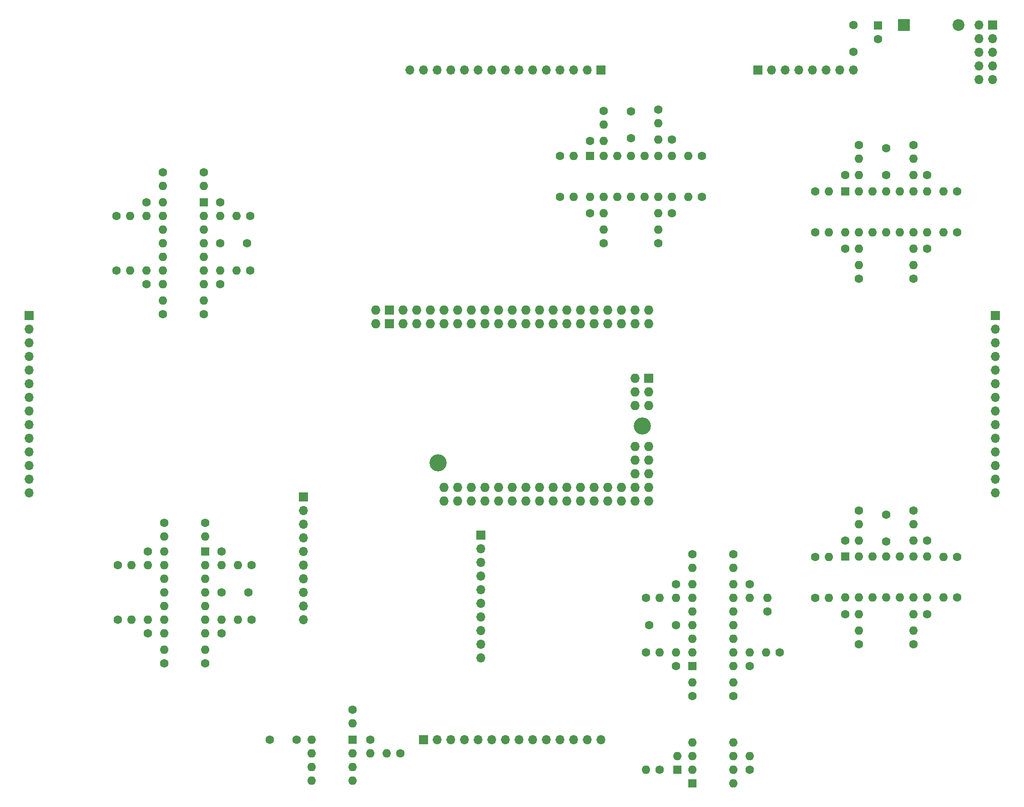
<source format=gbr>
%TF.GenerationSoftware,KiCad,Pcbnew,7.0.7*%
%TF.CreationDate,2024-07-17T17:06:10+10:00*%
%TF.ProjectId,MIDIAutomationSequencerPROC,4d494449-4175-4746-9f6d-6174696f6e53,rev?*%
%TF.SameCoordinates,Original*%
%TF.FileFunction,Soldermask,Bot*%
%TF.FilePolarity,Negative*%
%FSLAX46Y46*%
G04 Gerber Fmt 4.6, Leading zero omitted, Abs format (unit mm)*
G04 Created by KiCad (PCBNEW 7.0.7) date 2024-07-17 17:06:10*
%MOMM*%
%LPD*%
G01*
G04 APERTURE LIST*
%ADD10R,1.700000X1.700000*%
%ADD11O,1.700000X1.700000*%
%ADD12C,1.600000*%
%ADD13O,1.600000X1.600000*%
%ADD14C,3.200000*%
%ADD15O,1.727200X1.727200*%
%ADD16R,1.727200X1.727200*%
%ADD17R,1.600000X1.600000*%
%ADD18R,2.200000X2.200000*%
%ADD19O,2.200000X2.200000*%
G04 APERTURE END LIST*
D10*
%TO.C,J2*%
X141986000Y-119126000D03*
D11*
X139446000Y-119126000D03*
X136906000Y-119126000D03*
X134366000Y-119126000D03*
X131826000Y-119126000D03*
X129286000Y-119126000D03*
X126746000Y-119126000D03*
X124206000Y-119126000D03*
X121666000Y-119126000D03*
X119126000Y-119126000D03*
X116586000Y-119126000D03*
X114046000Y-119126000D03*
X111506000Y-119126000D03*
X108966000Y-119126000D03*
X106426000Y-119126000D03*
%TD*%
D10*
%TO.C,J5*%
X108966000Y-243840000D03*
D11*
X111506000Y-243840000D03*
X114046000Y-243840000D03*
X116586000Y-243840000D03*
X119126000Y-243840000D03*
X121666000Y-243840000D03*
X124206000Y-243840000D03*
X126746000Y-243840000D03*
X129286000Y-243840000D03*
X131826000Y-243840000D03*
X134366000Y-243840000D03*
X136906000Y-243840000D03*
X139446000Y-243840000D03*
X141986000Y-243840000D03*
%TD*%
D10*
%TO.C,J6*%
X171196000Y-119126000D03*
D11*
X173736000Y-119126000D03*
X176276000Y-119126000D03*
X178816000Y-119126000D03*
X181356000Y-119126000D03*
X183896000Y-119126000D03*
X186436000Y-119126000D03*
X188976000Y-119126000D03*
%TD*%
D10*
%TO.C,J3*%
X35560000Y-164846000D03*
D11*
X35560000Y-167386000D03*
X35560000Y-169926000D03*
X35560000Y-172466000D03*
X35560000Y-175006000D03*
X35560000Y-177546000D03*
X35560000Y-180086000D03*
X35560000Y-182626000D03*
X35560000Y-185166000D03*
X35560000Y-187706000D03*
X35560000Y-190246000D03*
X35560000Y-192786000D03*
X35560000Y-195326000D03*
X35560000Y-197866000D03*
%TD*%
D10*
%TO.C,J4*%
X215392000Y-164846000D03*
D11*
X215392000Y-167386000D03*
X215392000Y-169926000D03*
X215392000Y-172466000D03*
X215392000Y-175006000D03*
X215392000Y-177546000D03*
X215392000Y-180086000D03*
X215392000Y-182626000D03*
X215392000Y-185166000D03*
X215392000Y-187706000D03*
X215392000Y-190246000D03*
X215392000Y-192786000D03*
X215392000Y-195326000D03*
X215392000Y-197866000D03*
%TD*%
D12*
%TO.C,R45*%
X202692000Y-206756000D03*
D13*
X200152000Y-206756000D03*
%TD*%
D12*
%TO.C,R60*%
X202721000Y-220472000D03*
D13*
X200181000Y-220472000D03*
%TD*%
D12*
%TO.C,R62*%
X189992000Y-157988000D03*
D13*
X189992000Y-155448000D03*
%TD*%
D12*
%TO.C,R73*%
X155956000Y-230124000D03*
D13*
X155956000Y-227584000D03*
%TD*%
D12*
%TO.C,R55*%
X208280000Y-217344000D03*
D13*
X205740000Y-217344000D03*
%TD*%
D12*
%TO.C,R23*%
X60706000Y-203454000D03*
D13*
X60706000Y-205994000D03*
%TD*%
D12*
%TO.C,R52*%
X181864000Y-149352000D03*
D13*
X184404000Y-149352000D03*
%TD*%
D14*
%TO.C,A1*%
X111709200Y-192278000D03*
X149733000Y-185420000D03*
D15*
X107696000Y-166370000D03*
X107696000Y-163830000D03*
X105156000Y-166370000D03*
X150876000Y-181610000D03*
X105156000Y-163830000D03*
X112776000Y-199390000D03*
X112776000Y-196850000D03*
X115316000Y-199390000D03*
X115316000Y-196850000D03*
X117856000Y-199390000D03*
X117856000Y-196850000D03*
X120396000Y-199390000D03*
X120396000Y-196850000D03*
X122936000Y-199390000D03*
X122936000Y-196850000D03*
X125476000Y-199390000D03*
X125476000Y-196850000D03*
X128016000Y-199390000D03*
X128016000Y-196850000D03*
X130556000Y-199390000D03*
X130556000Y-196850000D03*
X110236000Y-166370000D03*
X112776000Y-166370000D03*
X112776000Y-163830000D03*
X115316000Y-166370000D03*
X115316000Y-163830000D03*
X117856000Y-166370000D03*
X117856000Y-163830000D03*
X120396000Y-166370000D03*
X120396000Y-163830000D03*
X122936000Y-166370000D03*
X122936000Y-163830000D03*
X125476000Y-166370000D03*
X125476000Y-163830000D03*
X128016000Y-166370000D03*
X128016000Y-163830000D03*
X130556000Y-166370000D03*
X130556000Y-163830000D03*
X133096000Y-166370000D03*
X133096000Y-163830000D03*
X135636000Y-166370000D03*
X135636000Y-163830000D03*
X138176000Y-166370000D03*
X138176000Y-163830000D03*
X140716000Y-166370000D03*
X140716000Y-163830000D03*
X143256000Y-166370000D03*
X143256000Y-163830000D03*
X145796000Y-166370000D03*
X145796000Y-163830000D03*
X148336000Y-166370000D03*
X148336000Y-163830000D03*
X150876000Y-166370000D03*
X150876000Y-163830000D03*
X133096000Y-199390000D03*
X133096000Y-196850000D03*
X135636000Y-199390000D03*
X135636000Y-196850000D03*
X138176000Y-199390000D03*
X138176000Y-196850000D03*
X140716000Y-199390000D03*
X140716000Y-196850000D03*
X143256000Y-199390000D03*
X143256000Y-196850000D03*
X145796000Y-199390000D03*
X145796000Y-196850000D03*
X148336000Y-199390000D03*
X148336000Y-196850000D03*
X150876000Y-199390000D03*
X150876000Y-196850000D03*
X150876000Y-194310000D03*
X148336000Y-194310000D03*
X150876000Y-191770000D03*
X148336000Y-191770000D03*
X150876000Y-189230000D03*
X148336000Y-189230000D03*
D16*
X102616000Y-166370000D03*
X102616000Y-163830000D03*
X150876000Y-176530000D03*
D15*
X148336000Y-181610000D03*
X150876000Y-179070000D03*
X110236000Y-163830000D03*
X148336000Y-176530000D03*
X148336000Y-179070000D03*
X100076000Y-166370000D03*
X100076000Y-163830000D03*
%TD*%
D12*
%TO.C,R35*%
X189992000Y-201168000D03*
D13*
X189992000Y-203708000D03*
%TD*%
D17*
%TO.C,U1*%
X95758000Y-243840000D03*
D13*
X95758000Y-246380000D03*
X95758000Y-248920000D03*
X95758000Y-251460000D03*
X88138000Y-251460000D03*
X88138000Y-248920000D03*
X88138000Y-246380000D03*
X88138000Y-243840000D03*
%TD*%
D12*
%TO.C,R6*%
X134366000Y-142748000D03*
D13*
X136906000Y-142748000D03*
%TD*%
D17*
%TO.C,C9*%
X193548000Y-110808887D03*
D12*
X193548000Y-113308887D03*
%TD*%
%TO.C,R29*%
X71120000Y-159004000D03*
D13*
X71120000Y-156464000D03*
%TD*%
D12*
%TO.C,C2*%
X195072000Y-206930000D03*
X195072000Y-201930000D03*
%TD*%
D17*
%TO.C,U5*%
X139954000Y-135128000D03*
D13*
X142494000Y-135128000D03*
X145034000Y-135128000D03*
X147574000Y-135128000D03*
X150114000Y-135128000D03*
X152654000Y-135128000D03*
X155194000Y-135128000D03*
X155194000Y-142748000D03*
X152654000Y-142748000D03*
X150114000Y-142748000D03*
X147574000Y-142748000D03*
X145034000Y-142748000D03*
X142494000Y-142748000D03*
X139954000Y-142748000D03*
%TD*%
D12*
%TO.C,R72*%
X159004000Y-235712000D03*
D13*
X159004000Y-233172000D03*
%TD*%
D12*
%TO.C,R68*%
X172974000Y-219964000D03*
D13*
X172974000Y-217424000D03*
%TD*%
D12*
%TO.C,R76*%
X169672000Y-230124000D03*
D13*
X169672000Y-227584000D03*
%TD*%
D12*
%TO.C,R57*%
X187452000Y-152400000D03*
D13*
X189992000Y-152400000D03*
%TD*%
D17*
%TO.C,D2*%
X156200000Y-249428000D03*
D13*
X156200000Y-246888000D03*
%TD*%
D10*
%TO.C,DAC2*%
X119634000Y-205740000D03*
D11*
X119634000Y-208280000D03*
X119634000Y-210820000D03*
X119634000Y-213360000D03*
X119634000Y-215900000D03*
X119634000Y-218440000D03*
X119634000Y-220980000D03*
X119634000Y-223520000D03*
X119634000Y-226060000D03*
X119634000Y-228600000D03*
%TD*%
D12*
%TO.C,R40*%
X208280000Y-209804000D03*
D13*
X205740000Y-209804000D03*
%TD*%
D12*
%TO.C,R67*%
X169672000Y-214884000D03*
D13*
X169672000Y-217424000D03*
%TD*%
D12*
%TO.C,R5*%
X104648000Y-246380000D03*
D13*
X102108000Y-246380000D03*
%TD*%
D12*
%TO.C,R34*%
X76708000Y-156464000D03*
D13*
X74168000Y-156464000D03*
%TD*%
D12*
%TO.C,R3*%
X152898000Y-249428000D03*
D13*
X150358000Y-249428000D03*
%TD*%
D17*
%TO.C,U2*%
X159004000Y-251968000D03*
D13*
X159004000Y-249428000D03*
X159004000Y-246888000D03*
X159004000Y-244348000D03*
X166624000Y-244348000D03*
X166624000Y-246888000D03*
X166624000Y-249428000D03*
X166624000Y-251968000D03*
%TD*%
D12*
%TO.C,R71*%
X150368000Y-217424000D03*
D13*
X152908000Y-217424000D03*
%TD*%
D12*
%TO.C,R27*%
X202692000Y-138684000D03*
D13*
X200152000Y-138684000D03*
%TD*%
D12*
%TO.C,R46*%
X142494000Y-126746000D03*
D13*
X142494000Y-129286000D03*
%TD*%
D12*
%TO.C,R22*%
X208280000Y-141732000D03*
D13*
X205740000Y-141732000D03*
%TD*%
D12*
%TO.C,R11*%
X139954000Y-145796000D03*
D13*
X142494000Y-145796000D03*
%TD*%
D12*
%TO.C,R69*%
X159004000Y-209296000D03*
D13*
X159004000Y-211836000D03*
%TD*%
D12*
%TO.C,R53*%
X68326000Y-229616000D03*
D13*
X68326000Y-227076000D03*
%TD*%
D12*
%TO.C,C8*%
X188976000Y-110744000D03*
X188976000Y-115744000D03*
%TD*%
%TO.C,R37*%
X208280000Y-149352000D03*
D13*
X205740000Y-149352000D03*
%TD*%
D12*
%TO.C,R18*%
X52070000Y-221488000D03*
D13*
X54610000Y-221488000D03*
%TD*%
D12*
%TO.C,C6*%
X195072000Y-138684000D03*
X195072000Y-133684000D03*
%TD*%
%TO.C,R21*%
X160782000Y-142748000D03*
D13*
X158242000Y-142748000D03*
%TD*%
D12*
%TO.C,R28*%
X57658000Y-208788000D03*
D13*
X57658000Y-211328000D03*
%TD*%
D12*
%TO.C,R65*%
X200152000Y-226060000D03*
D13*
X200152000Y-223520000D03*
%TD*%
D12*
%TO.C,R75*%
X166624000Y-235712000D03*
D13*
X166624000Y-233172000D03*
%TD*%
D12*
%TO.C,R49*%
X51816000Y-156464000D03*
D13*
X54356000Y-156464000D03*
%TD*%
D12*
%TO.C,R20*%
X189992000Y-226060000D03*
D13*
X189992000Y-223520000D03*
%TD*%
D12*
%TO.C,R54*%
X60452000Y-138176000D03*
D13*
X60452000Y-140716000D03*
%TD*%
D12*
%TO.C,R51*%
X160782000Y-135128000D03*
D13*
X158242000Y-135128000D03*
%TD*%
D17*
%TO.C,U3*%
X159004000Y-230124000D03*
D13*
X159004000Y-227584000D03*
X159004000Y-225044000D03*
X159004000Y-222504000D03*
X159004000Y-219964000D03*
X159004000Y-217424000D03*
X159004000Y-214884000D03*
X166624000Y-214884000D03*
X166624000Y-217424000D03*
X166624000Y-219964000D03*
X166624000Y-222504000D03*
X166624000Y-225044000D03*
X166624000Y-227584000D03*
X166624000Y-230124000D03*
%TD*%
D12*
%TO.C,R25*%
X181864000Y-209804000D03*
D13*
X184404000Y-209804000D03*
%TD*%
D12*
%TO.C,R59*%
X57404000Y-143764000D03*
D13*
X57404000Y-146304000D03*
%TD*%
D12*
%TO.C,R13*%
X57658000Y-224028000D03*
D13*
X57658000Y-221488000D03*
%TD*%
D12*
%TO.C,R63*%
X76962000Y-221488000D03*
D13*
X74422000Y-221488000D03*
%TD*%
D12*
%TO.C,R8*%
X60706000Y-229616000D03*
D13*
X60706000Y-227076000D03*
%TD*%
D12*
%TO.C,R9*%
X68072000Y-138176000D03*
D13*
X68072000Y-140716000D03*
%TD*%
D12*
%TO.C,R17*%
X189992000Y-133096000D03*
D13*
X189992000Y-135636000D03*
%TD*%
D12*
%TO.C,R26*%
X155223000Y-145796000D03*
D13*
X152683000Y-145796000D03*
%TD*%
D18*
%TO.C,D1*%
X198374000Y-110744000D03*
D19*
X208534000Y-110744000D03*
%TD*%
D12*
%TO.C,C4*%
X71374000Y-216408000D03*
X76374000Y-216408000D03*
%TD*%
%TO.C,R66*%
X166624000Y-209296000D03*
D13*
X166624000Y-211836000D03*
%TD*%
D12*
%TO.C,R77*%
X175260000Y-227584000D03*
D13*
X172720000Y-227584000D03*
%TD*%
D12*
%TO.C,R56*%
X155223000Y-132080000D03*
D13*
X152683000Y-132080000D03*
%TD*%
D12*
%TO.C,R41*%
X139954000Y-132334000D03*
D13*
X142494000Y-132334000D03*
%TD*%
D12*
%TO.C,R64*%
X51816000Y-146304000D03*
D13*
X54356000Y-146304000D03*
%TD*%
D12*
%TO.C,R12*%
X187452000Y-138684000D03*
D13*
X189992000Y-138684000D03*
%TD*%
D12*
%TO.C,R33*%
X52070000Y-211328000D03*
D13*
X54610000Y-211328000D03*
%TD*%
D12*
%TO.C,R16*%
X142494000Y-151384000D03*
D13*
X142494000Y-148844000D03*
%TD*%
D12*
%TO.C,R39*%
X60452000Y-164592000D03*
D13*
X60452000Y-162052000D03*
%TD*%
D17*
%TO.C,U7*%
X187452000Y-141732000D03*
D13*
X189992000Y-141732000D03*
X192532000Y-141732000D03*
X195072000Y-141732000D03*
X197612000Y-141732000D03*
X200152000Y-141732000D03*
X202692000Y-141732000D03*
X202692000Y-149352000D03*
X200152000Y-149352000D03*
X197612000Y-149352000D03*
X195072000Y-149352000D03*
X192532000Y-149352000D03*
X189992000Y-149352000D03*
X187452000Y-149352000D03*
%TD*%
D12*
%TO.C,R4*%
X99060000Y-243840000D03*
D13*
X99060000Y-246380000D03*
%TD*%
D12*
%TO.C,R44*%
X57404000Y-159004000D03*
D13*
X57404000Y-156464000D03*
%TD*%
D12*
%TO.C,R19*%
X76708000Y-146304000D03*
D13*
X74168000Y-146304000D03*
%TD*%
D12*
%TO.C,C1*%
X155956000Y-222504000D03*
X150956000Y-222504000D03*
%TD*%
%TO.C,R24*%
X68072000Y-164592000D03*
D13*
X68072000Y-162052000D03*
%TD*%
D12*
%TO.C,R38*%
X68326000Y-203454000D03*
D13*
X68326000Y-205994000D03*
%TD*%
D17*
%TO.C,U4*%
X187447000Y-209734000D03*
D13*
X189987000Y-209734000D03*
X192527000Y-209734000D03*
X195067000Y-209734000D03*
X197607000Y-209734000D03*
X200147000Y-209734000D03*
X202687000Y-209734000D03*
X202687000Y-217354000D03*
X200147000Y-217354000D03*
X197607000Y-217354000D03*
X195067000Y-217354000D03*
X192527000Y-217354000D03*
X189987000Y-217354000D03*
X187447000Y-217354000D03*
%TD*%
D12*
%TO.C,R36*%
X134366000Y-135128000D03*
D13*
X136906000Y-135128000D03*
%TD*%
D12*
%TO.C,R74*%
X150368000Y-227584000D03*
D13*
X152908000Y-227584000D03*
%TD*%
D12*
%TO.C,R7*%
X181864000Y-141732000D03*
D13*
X184404000Y-141732000D03*
%TD*%
D12*
%TO.C,C3*%
X147574000Y-131826000D03*
X147574000Y-126826000D03*
%TD*%
%TO.C,R30*%
X187452000Y-206756000D03*
D13*
X189992000Y-206756000D03*
%TD*%
D12*
%TO.C,R14*%
X71120000Y-143764000D03*
D13*
X71120000Y-146304000D03*
%TD*%
D10*
%TO.C,DAC1*%
X86614000Y-198628000D03*
D11*
X86614000Y-201168000D03*
X86614000Y-203708000D03*
X86614000Y-206248000D03*
X86614000Y-208788000D03*
X86614000Y-211328000D03*
X86614000Y-213868000D03*
X86614000Y-216408000D03*
X86614000Y-218948000D03*
X86614000Y-221488000D03*
%TD*%
D17*
%TO.C,U8*%
X68072000Y-143764000D03*
D13*
X68072000Y-146304000D03*
X68072000Y-148844000D03*
X68072000Y-151384000D03*
X68072000Y-153924000D03*
X68072000Y-156464000D03*
X68072000Y-159004000D03*
X60452000Y-159004000D03*
X60452000Y-156464000D03*
X60452000Y-153924000D03*
X60452000Y-151384000D03*
X60452000Y-148844000D03*
X60452000Y-146304000D03*
X60452000Y-143764000D03*
%TD*%
D12*
%TO.C,R15*%
X187452000Y-220472000D03*
D13*
X189992000Y-220472000D03*
%TD*%
D12*
%TO.C,R58*%
X71374000Y-224028000D03*
D13*
X71374000Y-221488000D03*
%TD*%
D12*
%TO.C,R32*%
X200152000Y-133096000D03*
D13*
X200152000Y-135636000D03*
%TD*%
D12*
%TO.C,R42*%
X202692000Y-152400000D03*
D13*
X200152000Y-152400000D03*
%TD*%
D17*
%TO.C,U6*%
X68326000Y-208788000D03*
D13*
X68326000Y-211328000D03*
X68326000Y-213868000D03*
X68326000Y-216408000D03*
X68326000Y-218948000D03*
X68326000Y-221488000D03*
X68326000Y-224028000D03*
X60706000Y-224028000D03*
X60706000Y-221488000D03*
X60706000Y-218948000D03*
X60706000Y-216408000D03*
X60706000Y-213868000D03*
X60706000Y-211328000D03*
X60706000Y-208788000D03*
%TD*%
D12*
%TO.C,R50*%
X200152000Y-201168000D03*
D13*
X200152000Y-203708000D03*
%TD*%
D12*
%TO.C,R47*%
X200152000Y-157988000D03*
D13*
X200152000Y-155448000D03*
%TD*%
D12*
%TO.C,R1*%
X95758000Y-238252000D03*
D13*
X95758000Y-240792000D03*
%TD*%
D12*
%TO.C,R10*%
X181864000Y-217424000D03*
D13*
X184404000Y-217424000D03*
%TD*%
D12*
%TO.C,C7*%
X71120000Y-151384000D03*
X76120000Y-151384000D03*
%TD*%
%TO.C,R70*%
X155956000Y-214884000D03*
D13*
X155956000Y-217424000D03*
%TD*%
D12*
%TO.C,R61*%
X152654000Y-126492000D03*
D13*
X152654000Y-129032000D03*
%TD*%
D12*
%TO.C,R31*%
X152654000Y-151384000D03*
D13*
X152654000Y-148844000D03*
%TD*%
D12*
%TO.C,C5*%
X85344000Y-243840000D03*
X80344000Y-243840000D03*
%TD*%
%TO.C,R43*%
X71374000Y-208788000D03*
D13*
X71374000Y-211328000D03*
%TD*%
D12*
%TO.C,R48*%
X76962000Y-211328000D03*
D13*
X74422000Y-211328000D03*
%TD*%
D10*
%TO.C,J1*%
X214884000Y-110744000D03*
D11*
X212344000Y-110744000D03*
X214884000Y-113284000D03*
X212344000Y-113284000D03*
X214884000Y-115824000D03*
X212344000Y-115824000D03*
X214884000Y-118364000D03*
X212344000Y-118364000D03*
X214884000Y-120904000D03*
X212344000Y-120904000D03*
%TD*%
D12*
%TO.C,R2*%
X169662000Y-249438000D03*
D13*
X169662000Y-246898000D03*
%TD*%
M02*

</source>
